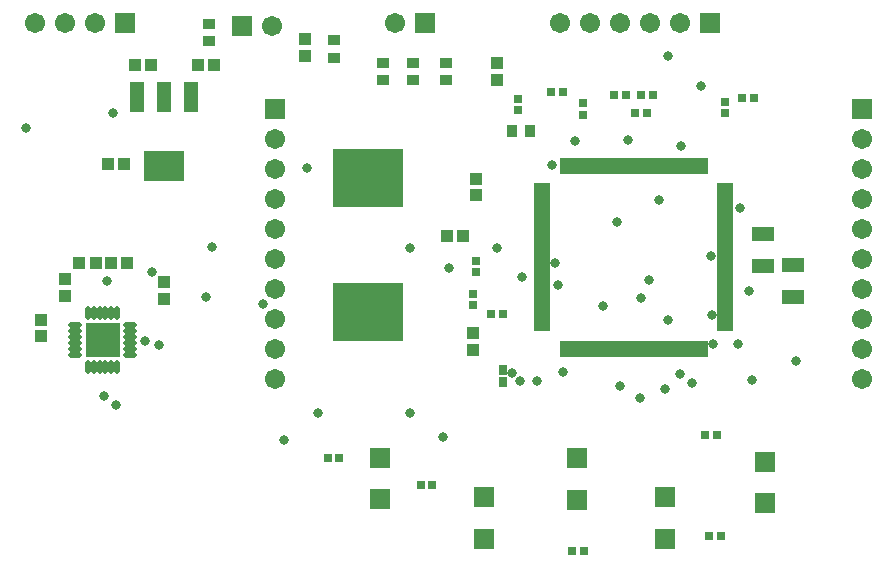
<source format=gts>
%FSTAX23Y23*%
%MOIN*%
%SFA1B1*%

%IPPOS*%
%ADD39R,0.234380X0.195010*%
%ADD40O,0.045400X0.017840*%
%ADD41O,0.017840X0.045400*%
%ADD42R,0.114300X0.114300*%
%ADD43R,0.027690X0.031620*%
%ADD44R,0.031620X0.027690*%
%ADD45R,0.028000X0.033000*%
%ADD46R,0.043430X0.039500*%
%ADD47R,0.039500X0.043430*%
%ADD48R,0.074930X0.051310*%
%ADD49R,0.043430X0.035560*%
%ADD50R,0.067060X0.067060*%
%ADD51R,0.055240X0.019810*%
%ADD52R,0.019810X0.055240*%
%ADD53R,0.137920X0.102490*%
%ADD54R,0.047370X0.102490*%
%ADD55R,0.035560X0.043430*%
%ADD56C,0.067060*%
%ADD57R,0.067060X0.067060*%
%ADD58C,0.033000*%
%LNhanc_digital-1*%
%LPD*%
G54D39*
X0474Y04003D03*
Y03556D03*
G54D40*
X03764Y03514D03*
Y03494D03*
Y03474D03*
Y03455D03*
Y03435D03*
Y03415D03*
X03945D03*
Y03435D03*
Y03455D03*
Y03474D03*
Y03494D03*
Y03514D03*
G54D41*
X03805Y03374D03*
X03825D03*
X03845D03*
X03864D03*
X03884D03*
X03904D03*
Y03555D03*
X03884D03*
X03864D03*
X03845D03*
X03825D03*
X03805D03*
G54D42*
X03855Y03465D03*
G54D43*
X0509Y03619D03*
Y0358D03*
X0593Y0422D03*
Y04259D03*
X05457Y04215D03*
Y04254D03*
X0524Y0423D03*
Y04269D03*
X051Y0369D03*
Y03729D03*
G54D44*
X04644Y0307D03*
X04605D03*
X04954Y0298D03*
X04915D03*
X05459Y0276D03*
X0542D03*
X05915Y02812D03*
X05876D03*
X05902Y03146D03*
X05863D03*
X05987Y0427D03*
X06027D03*
X05689Y0428D03*
X0565D03*
X05669Y0422D03*
X0563D03*
X0556Y0428D03*
X05599D03*
X0535Y0429D03*
X05389D03*
X0515Y0355D03*
X05189D03*
G54D45*
X0519Y03325D03*
Y03365D03*
G54D46*
X0509Y03432D03*
Y03487D03*
X0365Y03477D03*
Y03532D03*
X0373Y03612D03*
Y03667D03*
X0406Y03602D03*
Y03657D03*
X0517Y04332D03*
Y04387D03*
X0453Y04467D03*
Y04412D03*
X051Y03947D03*
Y04002D03*
G54D47*
X05057Y0381D03*
X05002D03*
X03832Y0372D03*
X03777D03*
X03937D03*
X03882D03*
X03872Y0405D03*
X03927D03*
X04227Y0438D03*
X04172D03*
X03962D03*
X04017D03*
G54D48*
X06055Y03818D03*
Y03711D03*
X06155Y03713D03*
Y03606D03*
G54D49*
X0421Y0446D03*
Y04519D03*
X05Y04389D03*
Y0433D03*
X04625Y04464D03*
Y04405D03*
X0479Y04389D03*
Y0433D03*
X0489Y04389D03*
Y0433D03*
G54D50*
X0478Y03072D03*
Y02935D03*
X05127Y0294D03*
Y02802D03*
X0573Y0294D03*
Y02802D03*
X06063Y02922D03*
Y03059D03*
X05435Y0307D03*
Y02932D03*
X06385Y04235D03*
X0443D03*
G54D51*
X05319Y03976D03*
Y03956D03*
Y03936D03*
Y03917D03*
Y03897D03*
Y03877D03*
Y03858D03*
Y03838D03*
Y03818D03*
Y03799D03*
Y03779D03*
Y03759D03*
Y0374D03*
Y0372D03*
Y037D03*
Y0368D03*
Y03661D03*
Y03641D03*
Y03621D03*
Y03602D03*
Y03582D03*
Y03562D03*
Y03543D03*
Y03523D03*
Y03503D03*
X0593D03*
Y03523D03*
Y03543D03*
Y03562D03*
Y03582D03*
Y03602D03*
Y03621D03*
Y03641D03*
Y03661D03*
Y0368D03*
Y037D03*
Y0372D03*
Y0374D03*
Y03759D03*
Y03779D03*
Y03799D03*
Y03818D03*
Y03838D03*
Y03858D03*
Y03877D03*
Y03897D03*
Y03917D03*
Y03936D03*
Y03956D03*
Y03976D03*
G54D52*
X05388Y03434D03*
X05408D03*
X05428D03*
X05447D03*
X05467D03*
X05487D03*
X05506D03*
X05526D03*
X05546D03*
X05565D03*
X05585D03*
X05605D03*
X05625D03*
X05644D03*
X05664D03*
X05684D03*
X05703D03*
X05723D03*
X05743D03*
X05762D03*
X05782D03*
X05802D03*
X05821D03*
X05841D03*
X05861D03*
Y04045D03*
X05841D03*
X05821D03*
X05802D03*
X05782D03*
X05762D03*
X05743D03*
X05723D03*
X05703D03*
X05684D03*
X05664D03*
X05644D03*
X05625D03*
X05605D03*
X05585D03*
X05565D03*
X05546D03*
X05526D03*
X05506D03*
X05487D03*
X05467D03*
X05447D03*
X05428D03*
X05408D03*
X05388D03*
G54D53*
X0406Y04045D03*
G54D54*
X03969Y04274D03*
X0406D03*
X0415D03*
G54D55*
X05279Y0416D03*
X0522D03*
G54D56*
X06385Y04135D03*
Y03935D03*
Y03835D03*
Y03735D03*
Y03635D03*
Y03535D03*
Y03435D03*
Y03335D03*
Y04035D03*
X0443Y04135D03*
Y03935D03*
Y03835D03*
Y03735D03*
Y03635D03*
Y03535D03*
Y03435D03*
Y03335D03*
Y04035D03*
X0442Y0451D03*
X0383Y0452D03*
X0373D03*
X0363D03*
X0483D03*
X0538D03*
X0548D03*
X0558D03*
X0568D03*
X0578D03*
G54D57*
X0432Y0451D03*
X0393Y0452D03*
X0493D03*
X0588D03*
G54D58*
X0422Y03775D03*
X0488Y0377D03*
X0517D03*
X0402Y0369D03*
X0387Y0366D03*
X03833Y03486D03*
X03876D03*
X03833Y03443D03*
X03876D03*
X0446Y0313D03*
X0499Y0314D03*
X0488Y0322D03*
X05428Y04127D03*
X04536Y04036D03*
X0557Y03858D03*
X0501Y03705D03*
X05884Y03745D03*
X06008Y03629D03*
X0602Y0333D03*
X05373Y03649D03*
X042Y03606D03*
X05254Y03675D03*
X04043Y03449D03*
X05974Y03452D03*
X05645Y0327D03*
X04574Y03221D03*
X05978Y03903D03*
X05886Y03546D03*
X04389Y03585D03*
X05675Y03663D03*
X05388Y03358D03*
X03899Y03249D03*
X05219Y03354D03*
X05362Y0372D03*
X06167Y03393D03*
X05304Y03326D03*
X05245D03*
X05352Y04046D03*
X0558Y0331D03*
X03859Y03279D03*
X05521Y03578D03*
X05649Y03605D03*
X0574Y0353D03*
X0589Y0345D03*
X0573Y033D03*
X0582Y0332D03*
X0578Y0335D03*
X03996Y03461D03*
X0389Y0422D03*
X036Y0417D03*
X0574Y0441D03*
X0585Y0431D03*
X05605Y0413D03*
X0571Y0393D03*
X05783Y0411D03*
M02*
</source>
